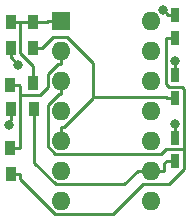
<source format=gbr>
G04 #@! TF.GenerationSoftware,KiCad,Pcbnew,(5.1.4)-1*
G04 #@! TF.CreationDate,2020-11-15T03:32:05+01:00*
G04 #@! TF.ProjectId,Delay Line,44656c61-7920-44c6-996e-652e6b696361,rev?*
G04 #@! TF.SameCoordinates,Original*
G04 #@! TF.FileFunction,Copper,L1,Top*
G04 #@! TF.FilePolarity,Positive*
%FSLAX46Y46*%
G04 Gerber Fmt 4.6, Leading zero omitted, Abs format (unit mm)*
G04 Created by KiCad (PCBNEW (5.1.4)-1) date 2020-11-15 03:32:05*
%MOMM*%
%LPD*%
G04 APERTURE LIST*
%ADD10O,1.600000X1.600000*%
%ADD11R,1.600000X1.600000*%
%ADD12R,0.750000X1.200000*%
%ADD13R,0.900000X1.200000*%
%ADD14C,0.800000*%
%ADD15C,0.250000*%
G04 APERTURE END LIST*
D10*
X142265000Y-68707000D03*
X134645000Y-83947000D03*
X142265000Y-71247000D03*
X134645000Y-81407000D03*
X142265000Y-73787000D03*
X134645000Y-78867000D03*
X142265000Y-76327000D03*
X134645000Y-76327000D03*
X142265000Y-78867000D03*
X134645000Y-73787000D03*
X142265000Y-81407000D03*
X134645000Y-71247000D03*
X142265000Y-83947000D03*
D11*
X134645000Y-68707000D03*
D12*
X144297000Y-68249800D03*
X144297000Y-70149800D03*
X144297000Y-75245000D03*
X144297000Y-73345000D03*
X144297000Y-78653600D03*
X144297000Y-80553600D03*
D13*
X130391000Y-68783200D03*
X130391000Y-70983200D03*
X130352900Y-74193400D03*
X130391000Y-76220500D03*
X130391000Y-81694200D03*
X130365600Y-79494200D03*
X132283000Y-71008600D03*
X132283000Y-68783200D03*
X132282800Y-74015600D03*
X132359000Y-76215600D03*
D14*
X144297000Y-72144400D03*
X143314500Y-67770900D03*
X144297000Y-77446500D03*
X131030500Y-72451800D03*
X130269000Y-77550200D03*
D15*
X144297000Y-72144400D02*
X144297000Y-73345000D01*
X143314500Y-67770900D02*
X143596700Y-68053100D01*
X143596700Y-68053100D02*
X143596700Y-68249800D01*
X144297000Y-68249800D02*
X143596700Y-68249800D01*
X144297000Y-77446500D02*
X144297000Y-78653600D01*
X134645000Y-73787000D02*
X134645000Y-74912300D01*
X145056900Y-79603600D02*
X143514900Y-79603600D01*
X143514900Y-79603600D02*
X143114900Y-80003600D01*
X143114900Y-80003600D02*
X134167600Y-80003600D01*
X134167600Y-80003600D02*
X133518700Y-79354700D01*
X133518700Y-79354700D02*
X133518700Y-75845800D01*
X133518700Y-75845800D02*
X134452200Y-74912300D01*
X134452200Y-74912300D02*
X134645000Y-74912300D01*
X145056900Y-79603600D02*
X145056900Y-74501800D01*
X145056900Y-74501800D02*
X144874700Y-74319600D01*
X144874700Y-74319600D02*
X143794700Y-74319600D01*
X143794700Y-74319600D02*
X143571600Y-74096500D01*
X143571600Y-74096500D02*
X143571600Y-70174900D01*
X143571600Y-70174900D02*
X143596700Y-70149800D01*
X131166300Y-81694200D02*
X131166300Y-82081900D01*
X131166300Y-82081900D02*
X134183900Y-85099500D01*
X134183900Y-85099500D02*
X139044600Y-85099500D01*
X139044600Y-85099500D02*
X141611800Y-82532300D01*
X141611800Y-82532300D02*
X143782800Y-82532300D01*
X143782800Y-82532300D02*
X145056900Y-81258200D01*
X145056900Y-81258200D02*
X145056900Y-79603600D01*
X144297000Y-70149800D02*
X143596700Y-70149800D01*
X130391000Y-81694200D02*
X131166300Y-81694200D01*
X132283000Y-71008600D02*
X133058300Y-71008600D01*
X137376200Y-75185700D02*
X137376200Y-72324500D01*
X137376200Y-72324500D02*
X135164300Y-70112600D01*
X135164300Y-70112600D02*
X133954300Y-70112600D01*
X133954300Y-70112600D02*
X133058300Y-71008600D01*
X134645000Y-77741700D02*
X134904800Y-77741700D01*
X134904800Y-77741700D02*
X137376200Y-75270300D01*
X137376200Y-75270300D02*
X137376200Y-75185700D01*
X137376200Y-75185700D02*
X143537400Y-75185700D01*
X143537400Y-75185700D02*
X143596700Y-75245000D01*
X144297000Y-75245000D02*
X143596700Y-75245000D01*
X134645000Y-78867000D02*
X134645000Y-77741700D01*
X142265000Y-81407000D02*
X143390300Y-81407000D01*
X144297000Y-80553600D02*
X143596700Y-80553600D01*
X143390300Y-81407000D02*
X143390300Y-80760000D01*
X143390300Y-80760000D02*
X143596700Y-80553600D01*
X142147400Y-81407000D02*
X142265000Y-81407000D01*
X142147400Y-81407000D02*
X141139700Y-81407000D01*
X141139700Y-81407000D02*
X139992600Y-82554100D01*
X139992600Y-82554100D02*
X134187400Y-82554100D01*
X134187400Y-82554100D02*
X132359000Y-80725700D01*
X132359000Y-80725700D02*
X132359000Y-76215600D01*
X132283000Y-68783200D02*
X131166300Y-68783200D01*
X133519700Y-68707000D02*
X133443500Y-68783200D01*
X133443500Y-68783200D02*
X132283000Y-68783200D01*
X130391000Y-68783200D02*
X131166300Y-68783200D01*
X132282800Y-74015600D02*
X132282800Y-72586400D01*
X132282800Y-72586400D02*
X131166300Y-71469900D01*
X131166300Y-71469900D02*
X131166300Y-68783200D01*
X134645000Y-68707000D02*
X133519700Y-68707000D01*
X130391000Y-70983200D02*
X130391000Y-71908500D01*
X130391000Y-71908500D02*
X130487200Y-71908500D01*
X130487200Y-71908500D02*
X131030500Y-72451800D01*
X131182300Y-74963700D02*
X131182300Y-74247500D01*
X131182300Y-74247500D02*
X131128200Y-74193400D01*
X131140900Y-79494200D02*
X131182300Y-79452800D01*
X131182300Y-79452800D02*
X131182300Y-74963700D01*
X131182300Y-74963700D02*
X132861300Y-74963700D01*
X132861300Y-74963700D02*
X133519700Y-74305300D01*
X133519700Y-74305300D02*
X133519700Y-73216200D01*
X133519700Y-73216200D02*
X134363600Y-72372300D01*
X134363600Y-72372300D02*
X134645000Y-72372300D01*
X134645000Y-71247000D02*
X134645000Y-72372300D01*
X130352900Y-74193400D02*
X131128200Y-74193400D01*
X130365600Y-79494200D02*
X131140900Y-79494200D01*
X130391000Y-76220500D02*
X130391000Y-77145800D01*
X130391000Y-77145800D02*
X130269000Y-77267800D01*
X130269000Y-77267800D02*
X130269000Y-77550200D01*
M02*

</source>
